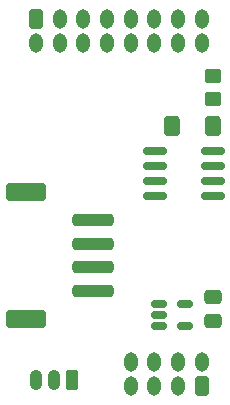
<source format=gbr>
%TF.GenerationSoftware,KiCad,Pcbnew,7.0.2*%
%TF.CreationDate,2023-05-24T14:34:07-04:00*%
%TF.ProjectId,mcumod-at6,6d63756d-6f64-42d6-9174-362e6b696361,rev?*%
%TF.SameCoordinates,Original*%
%TF.FileFunction,Soldermask,Bot*%
%TF.FilePolarity,Negative*%
%FSLAX46Y46*%
G04 Gerber Fmt 4.6, Leading zero omitted, Abs format (unit mm)*
G04 Created by KiCad (PCBNEW 7.0.2) date 2023-05-24 14:34:07*
%MOMM*%
%LPD*%
G01*
G04 APERTURE LIST*
G04 Aperture macros list*
%AMRoundRect*
0 Rectangle with rounded corners*
0 $1 Rounding radius*
0 $2 $3 $4 $5 $6 $7 $8 $9 X,Y pos of 4 corners*
0 Add a 4 corners polygon primitive as box body*
4,1,4,$2,$3,$4,$5,$6,$7,$8,$9,$2,$3,0*
0 Add four circle primitives for the rounded corners*
1,1,$1+$1,$2,$3*
1,1,$1+$1,$4,$5*
1,1,$1+$1,$6,$7*
1,1,$1+$1,$8,$9*
0 Add four rect primitives between the rounded corners*
20,1,$1+$1,$2,$3,$4,$5,0*
20,1,$1+$1,$4,$5,$6,$7,0*
20,1,$1+$1,$6,$7,$8,$9,0*
20,1,$1+$1,$8,$9,$2,$3,0*%
G04 Aperture macros list end*
%ADD10RoundRect,0.250000X0.400000X0.600000X-0.400000X0.600000X-0.400000X-0.600000X0.400000X-0.600000X0*%
%ADD11RoundRect,0.250000X1.500000X-0.250000X1.500000X0.250000X-1.500000X0.250000X-1.500000X-0.250000X0*%
%ADD12RoundRect,0.250001X1.449999X-0.499999X1.449999X0.499999X-1.449999X0.499999X-1.449999X-0.499999X0*%
%ADD13O,1.200000X1.650000*%
%ADD14RoundRect,0.250000X0.350000X0.575000X-0.350000X0.575000X-0.350000X-0.575000X0.350000X-0.575000X0*%
%ADD15RoundRect,0.250000X0.265000X0.615000X-0.265000X0.615000X-0.265000X-0.615000X0.265000X-0.615000X0*%
%ADD16O,1.030000X1.730000*%
%ADD17RoundRect,0.150000X0.825000X0.150000X-0.825000X0.150000X-0.825000X-0.150000X0.825000X-0.150000X0*%
%ADD18RoundRect,0.150000X-0.512500X-0.150000X0.512500X-0.150000X0.512500X0.150000X-0.512500X0.150000X0*%
%ADD19RoundRect,0.250000X0.450000X-0.350000X0.450000X0.350000X-0.450000X0.350000X-0.450000X-0.350000X0*%
%ADD20RoundRect,0.250000X-0.350000X-0.575000X0.350000X-0.575000X0.350000X0.575000X-0.350000X0.575000X0*%
%ADD21RoundRect,0.250000X0.475000X-0.337500X0.475000X0.337500X-0.475000X0.337500X-0.475000X-0.337500X0*%
G04 APERTURE END LIST*
D10*
%TO.C,D1*%
X118000000Y-111000000D03*
X114500000Y-111000000D03*
%TD*%
D11*
%TO.C,J4*%
X107850000Y-125000000D03*
X107850000Y-123000000D03*
X107850000Y-121000000D03*
X107850000Y-119000000D03*
D12*
X102100000Y-116650000D03*
X102100000Y-127350000D03*
%TD*%
D13*
%TO.C,J2*%
X111000000Y-131000000D03*
X111000000Y-133000000D03*
X113000000Y-131000000D03*
X113000000Y-133000000D03*
X115000000Y-131000000D03*
X115000000Y-133000000D03*
X117000000Y-131000000D03*
D14*
X117000000Y-133000000D03*
%TD*%
D15*
%TO.C,J3*%
X106000000Y-132500000D03*
D16*
X104500000Y-132500000D03*
X103000000Y-132500000D03*
%TD*%
D17*
%TO.C,U3*%
X117975000Y-113095000D03*
X117975000Y-114365000D03*
X117975000Y-115635000D03*
X117975000Y-116905000D03*
X113025000Y-116905000D03*
X113025000Y-115635000D03*
X113025000Y-114365000D03*
X113025000Y-113095000D03*
%TD*%
D18*
%TO.C,U2*%
X113362500Y-127950000D03*
X113362500Y-127000000D03*
X113362500Y-126050000D03*
X115637500Y-126050000D03*
X115637500Y-127950000D03*
%TD*%
D19*
%TO.C,R1*%
X118000000Y-108750000D03*
X118000000Y-106750000D03*
%TD*%
D20*
%TO.C,J1*%
X103000000Y-102000000D03*
D13*
X103000000Y-104000000D03*
X105000000Y-102000000D03*
X105000000Y-104000000D03*
X107000000Y-102000000D03*
X107000000Y-104000000D03*
X109000000Y-102000000D03*
X109000000Y-104000000D03*
X111000000Y-102000000D03*
X111000000Y-104000000D03*
X113000000Y-102000000D03*
X113000000Y-104000000D03*
X115000000Y-102000000D03*
X115000000Y-104000000D03*
X117000000Y-102000000D03*
X117000000Y-104000000D03*
%TD*%
D21*
%TO.C,C2*%
X118000000Y-127537500D03*
X118000000Y-125462500D03*
%TD*%
M02*

</source>
